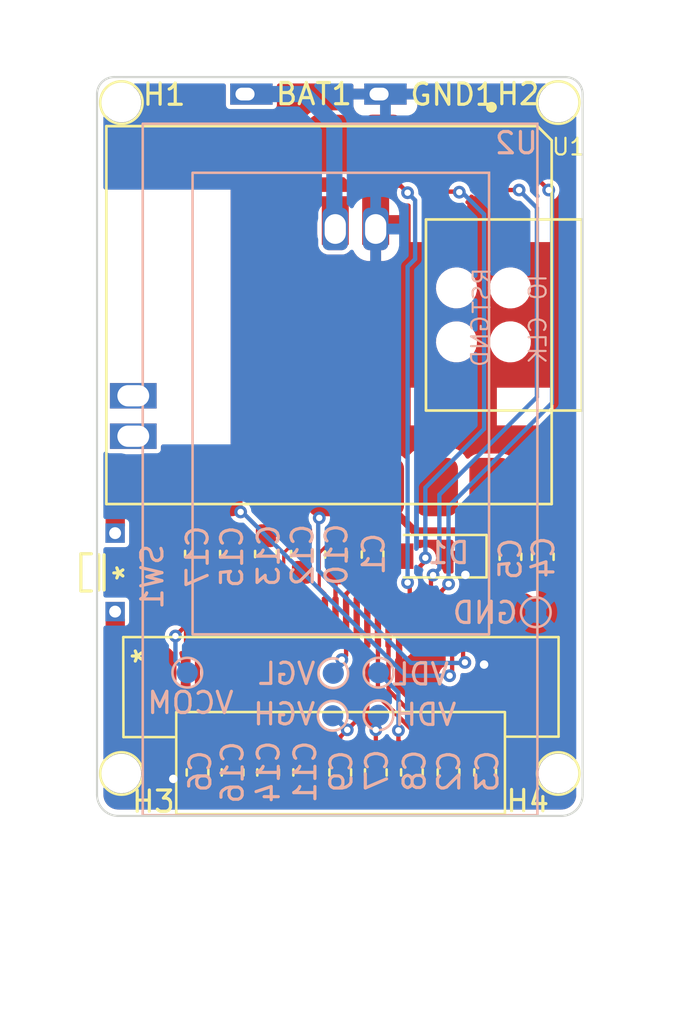
<source format=kicad_pcb>
(kicad_pcb (version 20211014) (generator pcbnew)
  (layers (0 "F.Cu" signal) (31 "B.Cu" signal) (34 "B.Paste" user) (35 "F.Paste" user) (36 "B.SilkS" user "B.Silkscreen") (37 "F.SilkS" user "F.Silkscreen") (38 "B.Mask" user) (39 "F.Mask" user) (44 "Edge.Cuts" user))
  (net 0 "")
  (net 3 "Net-(U1-PadNFC1)")
  (net 4 "Net-(U1-PadNFC2)")
  (net 5 "/3V3")
  (net 6 "GND")
  (net 7 "Net-(C13-Pad2)")
  (net 8 "Net-(C14-Pad2)")
  (net 9 "/SDI")
  (net 10 "/SCLK")
  (net 11 "/CS")
  (net 12 "/D{slash}C")
  (net 13 "/RES")
  (net 14 "/BUSY")
  (net 15 "/VGL")
  (net 16 "Net-(C2-Pad2)")
  (net 17 "Net-(C6-Pad2)")
  (net 18 "/VDH")
  (net 19 "/VDL")
  (net 20 "/VGH")
  (net 21 "Net-(C10-Pad1)")
  (net 22 "Net-(C10-Pad2)")
  (net 23 "Net-(C11-Pad1)")
  (net 24 "Net-(C11-Pad2)")
  (net 25 "Net-(C12-Pad1)")
  (net 26 "Net-(C12-Pad2)")
  (net 27 "Net-(C13-Pad1)")
  (net 28 "Net-(C14-Pad1)")
  (net 29 "Net-(C15-Pad1)")
  (net 30 "Net-(C15-Pad2)")
  (net 31 "Net-(C16-Pad2)")
  (net 32 "/VCOM")
  (net 34 "/BAT")
  (net 35 "Net-(U1-Pad8)")
  (footprint "Capacitor_SMD:C_0603_1608Metric_Pad1.08x0.95mm_HandSolder" (layer "F.Cu") (at 174.5488 106.4514 90)
    (fp_text reference "C8" (at 0.0762 0.127 90) (layer "B.SilkS") (effects (justify mirror)))
    (fp_text value "1uF/50V")
    (fp_line (start -0.146267 0.51) (end 0.146267 0.51) (layer "F.SilkS") (width 0.12))
    (fp_line (start -0.146267 -0.51) (end 0.146267 -0.51) (layer "F.SilkS") (width 0.12))
    (pad "1" smd roundrect locked (at -0.8625 0 90) (size 1.075 0.95) (layers "F.Cu" "F.Paste" "F.Mask") (net 6 "GND"))
    (pad "2" smd roundrect locked (at 0.8625 0 90) (size 1.075 0.95) (layers "F.Cu" "F.Paste" "F.Mask") (net 19 "/VDL"))
  )
  (footprint "Capacitor_SMD:C_0603_1608Metric_Pad1.08x0.95mm_HandSolder" (layer "F.Cu") (at 164.3634 96.1644 -90)
    (fp_text reference "C17" (at 0.127 -0.0762 -270) (layer "B.SilkS") (effects (justify mirror)))
    (fp_text value "1uF/50V")
    (fp_line (start -0.146267 -0.51) (end 0.146267 -0.51) (layer "F.SilkS") (width 0.12))
    (fp_line (start -0.146267 0.51) (end 0.146267 0.51) (layer "F.SilkS") (width 0.12))
    (pad "1" smd roundrect locked (at -0.8625 0 270) (size 1.075 0.95) (layers "F.Cu" "F.Paste" "F.Mask") (net 6 "GND"))
    (pad "2" smd roundrect locked (at 0.8625 0 270) (size 1.075 0.95) (layers "F.Cu" "F.Paste" "F.Mask") (net 32 "/VCOM"))
  )
  (footprint "Capacitor_SMD:C_0603_1608Metric_Pad1.08x0.95mm_HandSolder" (layer "F.Cu") (at 179.197 96.2914 90)
    (fp_text reference "C5" (at -0.1016 0 90) (layer "B.SilkS") (effects (justify mirror)))
    (fp_text value "0.1uF/25V")
    (fp_line (start -0.146267 -0.51) (end 0.146267 -0.51) (layer "F.SilkS") (width 0.12))
    (fp_line (start -0.146267 0.51) (end 0.146267 0.51) (layer "F.SilkS") (width 0.12))
    (pad "1" smd roundrect locked (at -0.8625 0 90) (size 1.075 0.95) (layers "F.Cu" "F.Paste" "F.Mask") (net 6 "GND"))
    (pad "2" smd roundrect locked (at 0.8625 0 90) (size 1.075 0.95) (layers "F.Cu" "F.Paste" "F.Mask") (net 5 "/3V3"))
  )
  (footprint "xobdox:XIAO-BLE-SWD-HOLE" (layer "F.Cu") (at 170.3 84.9 -90)
    (fp_text reference "U1" (at -7.4554 -10.7846) (layer "F.SilkS") (effects (font (size 0.78232 0.78232) (thickness 0.10668)) (justify left bottom)))
    (fp_text value "XIAO-BLE")
    (fp_text user "IO" (at -0.6228 -10.6576 90) (layer "B.SilkS") (effects (font (size 0.8 0.8) (thickness 0.1)) (justify right bottom mirror)))
    (fp_text user "RST" (at 0.0122 -8.016 90) (layer "B.SilkS") (effects (font (size 0.8 0.8) (thickness 0.1)) (justify right bottom mirror)))
    (fp_text user "GND" (at 2.5268 -7.9398 90) (layer "B.SilkS") (effects (font (size 0.8 0.8) (thickness 0.1)) (justify right bottom mirror)))
    (fp_text user "CLK" (at 2.3744 -10.6576 90) (layer "B.SilkS") (effects (font (size 0.8 0.8) (thickness 0.1)) (justify right bottom mirror)))
    (fp_line (start 4.505 -4.912) (end -4.494 -4.912) (layer "F.SilkS") (width 0.127))
    (fp_line (start -4.494 -4.912) (end -4.494 -12.265) (layer "F.SilkS") (width 0.127))
    (fp_line (start -8.89 10.16) (end 8.91 10.16) (layer "F.SilkS") (width 0.127))
    (fp_line (start -8.218459 -10.84) (end -8.89 -10.168459) (layer "F.SilkS") (width 0.127))
    (fp_line (start 8.91 -10.84) (end -8.218459 -10.84) (layer "F.SilkS") (width 0.127))
    (fp_line (start 8.91 10.16) (end 8.91 -10.84) (layer "F.SilkS") (width 0.127))
    (fp_line (start -4.49 -12.264) (end 4.505 -12.264) (layer "F.SilkS") (width 0.127))
    (fp_line (start 4.505 -12.264) (end 4.505 -4.912) (layer "F.SilkS") (width 0.127))
    (fp_line (start -8.89 -10.168459) (end -8.89 10.16) (layer "F.SilkS") (width 0.127))
    (fp_circle (center -9.779 -8.001) (end -9.652 -8.001) (layer "F.SilkS") (width 0.254) (fill solid))
    (pad "" np_thru_hole circle (at -1.27 -8.89 270) (size 1.27 1.27) (drill 1.27) (layers *.Cu *.Mask))
    (pad "" np_thru_hole circle (at 1.27 -6.35 270) (size 1.27 1.27) (drill 1.27) (layers *.Cu *.Mask))
    (pad "" np_thru_hole circle (at 1.27 -8.89 270) (size 1.27 1.27) (drill 1.27) (layers *.Cu *.Mask))
    (pad "" np_thru_hole circle (at -1.27 -6.35 270) (size 1.27 1.27) (drill 1.27) (layers *.Cu *.Mask))
    (pad "1" smd roundrect (at -8.055 -7.96 270) (size 2.75 2) (layers "F.Cu" "F.Paste" "F.Mask") (net 11 "/CS"))
    (pad "2" smd roundrect (at -8.055 -5.42 270) (size 2.75 2) (layers "F.Cu" "F.Paste" "F.Mask") (net 12 "/D{slash}C"))
    (pad "3" smd roundrect (at -8.055 -2.88 270) (size 2.75 2) (layers "F.Cu" "F.Paste" "F.Mask") (net 13 "/RES"))
    (pad "4" smd roundrect (at -8.055 -0.34 270) (size 2.75 2) (layers "F.Cu" "F.Paste" "F.Mask") (net 14 "/BUSY"))
    (pad "5" smd roundrect (at -8.055 2.2 270) (size 2.75 2) (layers "F.Cu" "F.Paste" "F.Mask"))
    (pad "6" smd roundrect (at -8.055 4.74 270) (size 2.75 2) (layers "F.Cu" "F.Paste" "F.Mask"))
    (pad "7" smd roundrect (at -8.055 7.28 270) (size 2.75 2) (layers "F.Cu" "F.Paste" "F.Mask"))
    (pad "8" smd roundrect (at 8.11 7.28 270) (size 2.75 2) (layers "F.Cu" "F.Paste" "F.Mask") (net 35 "Net-(U1-Pad8)"))
    (pad "9" smd roundrect (at 8.11 4.74 270) (size 2.75 2) (layers "F.Cu" "F.Paste" "F.Mask") (net 10 "/SCLK"))
    (pad "10" smd roundrect (at 8.11 2.2 270) (size 2.75 2) (layers "F.Cu" "F.Paste" "F.Mask"))
    (pad "11" smd roundrect (at 8.11 -0.34 270) (size 2.75 2) (layers "F.Cu" "F.Paste" "F.Mask") (net 9 "/SDI"))
    (pad "12" smd roundrect (at 8.11 -2.88 270) (size 2.75 2) (layers "F.Cu" "F.Paste" "F.Mask") (net 5 "/3V3"))
    (pad "13" smd roundrect (at 8.11 -5.42 270) (size 2.75 2) (layers "F.Cu" "F.Paste" "F.Mask") (net 6 "GND"))
    (pad "14" smd roundrect (at 8.11 -7.96 270) (size 2.75 2) (layers "F.Cu" "F.Paste" "F.Mask"))
    (pad "BAT" smd rect (at -4.445 -0.635 270) (size 2.286 1.27) (layers "F.Cu" "F.Paste" "F.Mask") (net 34 "/BAT"))
    (pad "BAT_H" thru_hole roundrect (at -4.045 -0.635 270) (size 2 1.2) (drill oval 1.4 1) (layers *.Cu *.Mask) (net 34 "/BAT"))
    (pad "GND" smd rect (at -4.445 -2.54 270) (size 2.286 1.27) (layers "F.Cu" "F.Paste" "F.Mask") (net 6 "GND"))
    (pad "GND_H" thru_hole roundrect (at -4.045 -2.54 270) (size 2 1.2) (drill oval 1.4 1) (layers *.Cu *.Mask) (net 6 "GND"))
    (pad "NFC1_H" thru_hole rect (at 3.81 8.89 270) (size 1.2 2.2) (drill oval 1 1.5) (layers *.Cu *.Mask) (net 3 "Net-(U1-PadNFC1)"))
    (pad "NFC2_H" thru_hole rect (at 5.715 8.89 270) (size 1.2 2.2) (drill oval 1 1.5) (layers *.Cu *.Mask) (net 4 "Net-(U1-PadNFC2)"))
    (zone (net 0) (net_name "") (layer "F.Cu") (connect_pads (clearance 0)) (min_thickness 0.254)
      (keepout (tracks not_allowed) (vias not_allowed) (pads not_allowed) (copperpour not_allowed) (footprints allowed))
      (fill (thermal_gap 0.508) (thermal_bridge_width 0.508))
      (polygon (pts (xy 160.775 82.36) (xy 160.775 87.41) (xy 163.315 87.41) (xy 163.315 82.36)))
    )
    (zone (net 0) (net_name "") (layer "F.Cu") (connect_pads (clearance 0)) (min_thickness 0.254)
      (keepout (tracks not_allowed) (vias not_allowed) (pads not_allowed) (copperpour not_allowed) (footprints allowed))
      (fill (thermal_gap 0.508) (thermal_bridge_width 0.508))
      (polygon (pts (xy 178.555 88.329) (xy 178.555 90.107) (xy 181.222 90.107) (xy 181.222 88.329)))
    )
    (zone (net 0) (net_name "") (layer "F.Cu") (connect_pads (clearance 0)) (min_thickness 0.254)
      (keepout (tracks not_allowed) (vias not_allowed) (pads not_allowed) (copperpour not_allowed) (footprints allowed))
      (fill (thermal_gap 0.508) (thermal_bridge_width 0.508))
      (polygon (pts (xy 174.491 88.329) (xy 174.491 90.107) (xy 177.158 90.107) (xy 177.158 88.329)))
    )
    (zone (net 0) (net_name "") (layer "F.Cu") (connect_pads (clearance 0)) (min_thickness 0.254)
      (keepout (tracks not_allowed) (vias not_allowed) (pads not_allowed) (copperpour not_allowed) (footprints allowed))
      (fill (thermal_gap 0.508) (thermal_bridge_width 0.508))
      (polygon (pts (xy 174.491 79.693) (xy 174.491 81.471) (xy 177.158 81.471) (xy 177.158 79.693)))
    )
    (zone (net 0) (net_name "") (layer "F.Cu") (connect_pads (clearance 0)) (min_thickness 0.254)
      (keepout (tracks not_allowed) (vias not_allowed) (pads not_allowed) (copperpour not_allowed) (footprints allowed))
      (fill (thermal_gap 0.508) (thermal_bridge_width 0.508))
      (polygon (pts (xy 178.555 79.693) (xy 178.555 81.471) (xy 181.222 81.471) (xy 181.222 79.693)))
    )
  )
  (footprint "Capacitor_SMD:C_0603_1608Metric_Pad1.08x0.95mm_HandSolder" (layer "F.Cu") (at 169.4688 106.4514 -90)
    (fp_text reference "C11" (at -0.0254 -0.0508 -270) (layer "B.SilkS") (effects (justify mirror)))
    (fp_text value "1uF/50V")
    (fp_line (start -0.146267 -0.51) (end 0.146267 -0.51) (layer "F.SilkS") (width 0.12))
    (fp_line (start -0.146267 0.51) (end 0.146267 0.51) (layer "F.SilkS") (width 0.12))
    (pad "1" smd roundrect locked (at -0.8625 0 270) (size 1.075 0.95) (layers "F.Cu" "F.Paste" "F.Mask") (net 23 "Net-(C11-Pad1)"))
    (pad "2" smd roundrect locked (at 0.8625 0 270) (size 1.075 0.95) (layers "F.Cu" "F.Paste" "F.Mask") (net 24 "Net-(C11-Pad2)"))
  )
  (footprint "Capacitor_SMD:C_0603_1608Metric_Pad1.08x0.95mm_HandSolder" (layer "F.Cu") (at 172.6946 96.1898 90)
    (fp_text reference "C1" (at 0.0254 0.0508 90) (layer "B.SilkS") (effects (justify mirror)))
    (fp_text value "1uF/50V")
    (fp_line (start -0.146267 0.51) (end 0.146267 0.51) (layer "F.SilkS") (width 0.12))
    (fp_line (start -0.146267 -0.51) (end 0.146267 -0.51) (layer "F.SilkS") (width 0.12))
    (pad "1" smd roundrect locked (at -0.8625 0 90) (size 1.075 0.95) (layers "F.Cu" "F.Paste" "F.Mask") (net 6 "GND"))
    (pad "2" smd roundrect locked (at 0.8625 0 90) (size 1.075 0.95) (layers "F.Cu" "F.Paste" "F.Mask") (net 15 "/VGL"))
  )
  (footprint "xobdox:HOLE_M1" (layer "F.Cu") (at 181.45 106.5)
    (fp_text reference "H4" (at -1.4402 1.2976 unlocked) (layer "F.SilkS"))
    (fp_text value "MountingHole")
    (fp_circle (center 0 0) (end 1 0) (layer "F.SilkS") (width 0.12) (fill none))
    (pad "" np_thru_hole circle (at 0 0) (size 1.2 1.2) (drill 1.2) (layers F&B.Cu *.Mask))
  )
  (footprint "Capacitor_SMD:C_0603_1608Metric_Pad1.08x0.95mm_HandSolder" (layer "F.Cu") (at 178.0032 106.4514 90)
    (fp_text reference "C3" (at 0.0508 0.1016 90) (layer "B.SilkS") (effects (justify mirror)))
    (fp_text value "1uF/50V")
    (fp_line (start -0.146267 0.51) (end 0.146267 0.51) (layer "F.SilkS") (width 0.12))
    (fp_line (start -0.146267 -0.51) (end 0.146267 -0.51) (layer "F.SilkS") (width 0.12))
    (pad "1" smd roundrect locked (at -0.8625 0 90) (size 1.075 0.95) (layers "F.Cu" "F.Paste" "F.Mask") (net 6 "GND"))
    (pad "2" smd roundrect locked (at 0.8625 0 90) (size 1.075 0.95) (layers "F.Cu" "F.Paste" "F.Mask") (net 16 "Net-(C2-Pad2)"))
  )
  (footprint "xobdox:lipo_401525" (layer "F.Cu") (at 159.8422 78.105)
    (fp_text reference "LIPO1")
    (fp_text value "BAT_LIPO")
  )
  (footprint "Capacitor_SMD:C_0603_1608Metric_Pad1.08x0.95mm_HandSolder" (layer "F.Cu") (at 166.0906 106.4514 90)
    (fp_text reference "C16" (at 0 0 90) (layer "B.SilkS") (effects (justify mirror)))
    (fp_text value "1uF/50V")
    (fp_line (start -0.146267 0.51) (end 0.146267 0.51) (layer "F.SilkS") (width 0.12))
    (fp_line (start -0.146267 -0.51) (end 0.146267 -0.51) (layer "F.SilkS") (width 0.12))
    (pad "1" smd roundrect locked (at -0.8625 0 90) (size 1.075 0.95) (layers "F.Cu" "F.Paste" "F.Mask") (net 6 "GND"))
    (pad "2" smd roundrect locked (at 0.8625 0 90) (size 1.075 0.95) (layers "F.Cu" "F.Paste" "F.Mask") (net 31 "Net-(C16-Pad2)"))
  )
  (footprint "xobdox:HOLE_M1" (layer "F.Cu") (at 160.85 74.9)
    (fp_text reference "H1" (at 2.0148 -0.3764 unlocked) (layer "F.SilkS"))
    (fp_text value "MountingHole")
    (fp_circle (center 0 0) (end 1 0) (layer "F.SilkS") (width 0.12) (fill none))
    (pad "" np_thru_hole circle (at 0 0) (size 1.2 1.2) (drill 1.2) (layers F&B.Cu *.Mask))
  )
  (footprint "xobdox:PAD_AWG26" (layer "F.Cu") (at 166.6796 74.5)
    (fp_text reference "BAT1" (at 3.2464 -0.0018 unlocked) (layer "F.SilkS"))
    (fp_text value "Conn_01x01")
    (pad "1" thru_hole rect (at 0 0 90) (size 1 2) (drill oval 0.6 0.9 (offset 0 0.3)) (layers *.Cu *.Mask) (net 34 "/BAT"))
  )
  (footprint "Capacitor_SMD:C_0603_1608Metric_Pad1.08x0.95mm_HandSolder" (layer "F.Cu") (at 172.847 106.4514 90)
    (fp_text reference "C7" (at 0.1016 0.0508 90) (layer "B.SilkS") (effects (justify mirror)))
    (fp_text value "1uF/50V")
    (fp_line (start -0.146267 -0.51) (end 0.146267 -0.51) (layer "F.SilkS") (width 0.12))
    (fp_line (start -0.146267 0.51) (end 0.146267 0.51) (layer "F.SilkS") (width 0.12))
    (pad "1" smd roundrect locked (at -0.8625 0 90) (size 1.075 0.95) (layers "F.Cu" "F.Paste" "F.Mask") (net 6 "GND"))
    (pad "2" smd roundrect locked (at 0.8625 0 90) (size 1.075 0.95) (layers "F.Cu" "F.Paste" "F.Mask") (net 18 "/VDH"))
  )
  (footprint "Capacitor_SMD:C_0603_1608Metric_Pad1.08x0.95mm_HandSolder" (layer "F.Cu") (at 166.0144 96.1644 -90)
    (fp_text reference "C15" (at 0.127 -0.0508 -270) (layer "B.SilkS") (effects (justify mirror)))
    (fp_text value "2.2uF/25V")
    (fp_line (start -0.146267 0.51) (end 0.146267 0.51) (layer "F.SilkS") (width 0.12))
    (fp_line (start -0.146267 -0.51) (end 0.146267 -0.51) (layer "F.SilkS") (width 0.12))
    (pad "1" smd roundrect locked (at -0.8625 0 270) (size 1.075 0.95) (layers "F.Cu" "F.Paste" "F.Mask") (net 29 "Net-(C15-Pad1)"))
    (pad "2" smd roundrect locked (at 0.8625 0 270) (size 1.075 0.95) (layers "F.Cu" "F.Paste" "F.Mask") (net 30 "Net-(C15-Pad2)"))
  )
  (footprint "Capacitor_SMD:C_0603_1608Metric_Pad1.08x0.95mm_HandSolder" (layer "F.Cu") (at 167.767 106.4514 90)
    (fp_text reference "C14" (at 0.0254 0.0254 90) (layer "B.SilkS") (effects (justify mirror)))
    (fp_text value "1uF/50V")
    (fp_line (start -0.146267 0.51) (end 0.146267 0.51) (layer "F.SilkS") (width 0.12))
    (fp_line (start -0.146267 -0.51) (end 0.146267 -0.51) (layer "F.SilkS") (width 0.12))
    (pad "1" smd roundrect locked (at -0.8625 0 90) (size 1.075 0.95) (layers "F.Cu" "F.Paste" "F.Mask") (net 28 "Net-(C14-Pad1)"))
    (pad "2" smd roundrect locked (at 0.8625 0 90) (size 1.075 0.95) (layers "F.Cu" "F.Paste" "F.Mask") (net 8 "Net-(C14-Pad2)"))
  )
  (footprint "xobdox:HOLE_M1" (layer "F.Cu") (at 181.45 74.9)
    (fp_text reference "H2" (at -1.8974 -0.4018 unlocked) (layer "F.SilkS"))
    (fp_text value "MountingHole")
    (fp_circle (center 0 0) (end 1 0) (layer "F.SilkS") (width 0.12) (fill none))
    (pad "" np_thru_hole circle (at 0 0) (size 1.2 1.2) (drill 1.2) (layers F&B.Cu *.Mask))
  )
  (footprint "Capacitor_SMD:C_0603_1608Metric_Pad1.08x0.95mm_HandSolder" (layer "F.Cu") (at 169.3672 96.1644 -90)
    (fp_text reference "C12" (at 0.0508 -0.0254 -270) (layer "B.SilkS") (effects (justify mirror)))
    (fp_text value "1uF/50V")
    (fp_line (start -0.146267 -0.51) (end 0.146267 -0.51) (layer "F.SilkS") (width 0.12))
    (fp_line (start -0.146267 0.51) (end 0.146267 0.51) (layer "F.SilkS") (width 0.12))
    (pad "1" smd roundrect locked (at -0.8625 0 270) (size 1.075 0.95) (layers "F.Cu" "F.Paste" "F.Mask") (net 25 "Net-(C12-Pad1)"))
    (pad "2" smd roundrect locked (at 0.8625 0 270) (size 1.075 0.95) (layers "F.Cu" "F.Paste" "F.Mask") (net 26 "Net-(C12-Pad2)"))
  )
  (footprint "Capacitor_SMD:C_0603_1608Metric_Pad1.08x0.95mm_HandSolder" (layer "F.Cu") (at 180.721 96.2914 90)
    (fp_text reference "C4" (at -0.0254 0.0254 90) (layer "B.SilkS") (effects (justify mirror)))
    (fp_text value "4.7uF/25V")
    (fp_line (start -0.146267 0.51) (end 0.146267 0.51) (layer "F.SilkS") (width 0.12))
    (fp_line (start -0.146267 -0.51) (end 0.146267 -0.51) (layer "F.SilkS") (width 0.12))
    (pad "1" smd roundrect locked (at -0.8625 0 90) (size 1.075 0.95) (layers "F.Cu" "F.Paste" "F.Mask") (net 6 "GND"))
    (pad "2" smd roundrect locked (at 0.8625 0 90) (size 1.075 0.95) (layers "F.Cu" "F.Paste" "F.Mask") (net 5 "/3V3"))
  )
  (footprint "Capacitor_SMD:C_0603_1608Metric_Pad1.08x0.95mm_HandSolder" (layer "F.Cu") (at 167.6654 96.1644 -90)
    (fp_text reference "C13" (at 0.0762 -0.127 -270) (layer "B.SilkS") (effects (justify mirror)))
    (fp_text value "1uF/50V")
    (fp_line (start -0.146267 -0.51) (end 0.146267 -0.51) (layer "F.SilkS") (width 0.12))
    (fp_line (start -0.146267 0.51) (end 0.146267 0.51) (layer "F.SilkS") (width 0.12))
    (pad "1" smd roundrect locked (at -0.8625 0 270) (size 1.075 0.95) (layers "F.Cu" "F.Paste" "F.Mask") (net 27 "Net-(C13-Pad1)"))
    (pad "2" smd roundrect locked (at 0.8625 0 270) (size 1.075 0.95) (layers "F.Cu" "F.Paste" "F.Mask") (net 7 "Net-(C13-Pad2)"))
  )
  (footprint "Diode_SMD:D_SOD-123" (layer "F.Cu") (at 175.8188 96.266 180)
    (fp_text reference "D1" (at -0.4572 0.1524) (layer "B.SilkS") (effects (justify mirror)))
    (fp_text value "MBR0530")
    (fp_line (start -2.25 1) (end 1.65 1) (layer "F.SilkS") (width 0.12))
    (fp_line (start -2.25 -1) (end 1.65 -1) (layer "F.SilkS") (width 0.12))
    (fp_line (start -2.25 -1) (end -2.25 1) (layer "F.SilkS") (width 0.12))
    (pad "1" smd rect locked (at -1.65 0 180) (size 0.9 1.2) (layers "F.Cu" "F.Paste" "F.Mask") (net 6 "GND"))
    (pad "2" smd rect locked (at 1.65 0 180) (size 0.9 1.2) (layers "F.Cu" "F.Paste" "F.Mask") (net 15 "/VGL"))
  )
  (footprint "Capacitor_SMD:C_0603_1608Metric_Pad1.08x0.95mm_HandSolder" (layer "F.Cu") (at 176.276 106.4514 90)
    (fp_text reference "C2" (at 0.0508 0.0254 90) (layer "B.SilkS") (effects (justify mirror)))
    (fp_text value "0.1uF/25V")
    (fp_line (start -0.146267 0.51) (end 0.146267 0.51) (layer "F.SilkS") (width 0.12))
    (fp_line (start -0.146267 -0.51) (end 0.146267 -0.51) (layer "F.SilkS") (width 0.12))
    (pad "1" smd roundrect locked (at -0.8625 0 90) (size 1.075 0.95) (layers "F.Cu" "F.Paste" "F.Mask") (net 6 "GND"))
    (pad "2" smd roundrect locked (at 0.8625 0 90) (size 1.075 0.95) (layers "F.Cu" "F.Paste" "F.Mask") (net 16 "Net-(C2-Pad2)"))
  )
  (footprint "Capacitor_SMD:C_0603_1608Metric_Pad1.08x0.95mm_HandSolder" (layer "F.Cu") (at 164.4396 106.4514 90)
    (fp_text reference "C6" (at 0.0508 0.127 90) (layer "B.SilkS") (effects (justify mirror)))
    (fp_text value "2.2uF/25V")
    (fp_line (start -0.146267 0.51) (end 0.146267 0.51) (layer "F.SilkS") (width 0.12))
    (fp_line (start -0.146267 -0.51) (end 0.146267 -0.51) (layer "F.SilkS") (width 0.12))
    (pad "1" smd roundrect locked (at -0.8625 0 90) (size 1.075 0.95) (layers "F.Cu" "F.Paste" "F.Mask") (net 6 "GND"))
    (pad "2" smd roundrect locked (at 0.8625 0 90) (size 1.075 0.95) (layers "F.Cu" "F.Paste" "F.Mask") (net 17 "Net-(C6-Pad2)"))
  )
  (footprint "Capacitor_SMD:C_0603_1608Metric_Pad1.08x0.95mm_HandSolder" (layer "F.Cu") (at 170.9674 96.1898 -90)
    (fp_text reference "C10" (at 0 -0.0254 -270) (layer "B.SilkS") (effects (justify mirror)))
    (fp_text value "1uF/50V")
    (fp_line (start -0.146267 0.51) (end 0.146267 0.51) (layer "F.SilkS") (width 0.12))
    (fp_line (start -0.146267 -0.51) (end 0.146267 -0.51) (layer "F.SilkS") (width 0.12))
    (pad "1" smd roundrect locked (at -0.8625 0 270) (size 1.075 0.95) (layers "F.Cu" "F.Paste" "F.Mask") (net 21 "Net-(C10-Pad1)"))
    (pad "2" smd roundrect locked (at 0.8625 0 270) (size 1.075 0.95) (layers "F.Cu" "F.Paste" "F.Mask") (net 22 "Net-(C10-Pad2)"))
  )
  (footprint "Capacitor_SMD:C_0603_1608Metric_Pad1.08x0.95mm_HandSolder" (layer "F.Cu") (at 171.1706 106.4514 90)
    (fp_text reference "C9" (at 0.0508 0.0508 90) (layer "B.SilkS") (effects (justify mirror)))
    (fp_text value "1uF/50V")
    (fp_line (start -0.146267 -0.51) (end 0.146267 -0.51) (layer "F.SilkS") (width 0.12))
    (fp_line (start -0.146267 0.51) (end 0.146267 0.51) (layer "F.SilkS") (width 0.12))
    (pad "1" smd roundrect locked (at -0.8625 0 90) (size 1.075 0.95) (layers "F.Cu" "F.Paste" "F.Mask") (net 6 "GND"))
    (pad "2" smd roundrect locked (at 0.8625 0 90) (size 1.075 0.95) (layers "F.Cu" "F.Paste" "F.Mask") (net 20 "/VGH"))
  )
  (footprint "xobdox:HOLE_M1" (layer "F.Cu") (at 160.85 106.5)
    (fp_text reference "H3" (at 1.5068 1.323 unlocked) (layer "F.SilkS"))
    (fp_text value "MountingHole")
    (fp_circle (center 0 0) (end 1 0) (layer "F.SilkS") (width 0.12) (fill none))
    (pad "" np_thru_hole circle (at 0 0) (size 1.2 1.2) (drill 1.2) (layers F&B.Cu *.Mask))
  )
  (footprint "xobdox:SW_EVP-AKE31A_PAN" (layer "F.Cu") (at 160.9344 97.028 90)
    (fp_text reference "SW1" (at -0.2032 1.3716 90 unlocked) (layer "B.SilkS") (effects (justify mirror)))
    (fp_text value "SW_Push")
    (fp_text user "*" (at -3.940175 0.97155 90 unlocked) (layer "F.SilkS"))
    (fp_text user "*" (at -0.0254 0.1016 90) (layer "F.SilkS"))
    (fp_poly (pts (xy -2.19 -0.8304) (xy -2.763 -0.8304) (xy -2.763 0.08) (xy -2.19 0.08)) (layer "F.Cu") (width 0) (fill solid))
    (fp_poly (pts (xy 2.74 -0.8304) (xy 2.167 -0.8304) (xy 2.167 0.08) (xy 2.74 0.08)) (layer "F.Cu") (width 0) (fill solid))
    (fp_line (start 0.8763 -1.503978) (end 0.8763 -1.9939) (layer "F.SilkS") (width 0.1524))
    (fp_line (start 0.8763 -1.9939) (end -0.8763 -1.9939) (layer "F.SilkS") (width 0.1524))
    (fp_line (start -0.82931 -0.9017) (end 0.82931 -0.9017) (layer "F.SilkS") (width 0.1524))
    (fp_line (start 0.82931 -1.1557) (end -0.82931 -1.1557) (layer "F.SilkS") (width 0.1524))
    (fp_line (start -0.8763 -1.9939) (end -0.8763 -1.503978) (layer "F.SilkS") (width 0.1524))
    (pad "1" smd rect (at -1.400175 0.97155 90) (size 0.7112 1.0922) (layers "F.Cu" "F.Paste" "F.Mask") (net 6 "GND"))
    (pad "2" smd rect (at 1.400175 0.97155 90) (size 0.7112 1.0922) (layers "F.Cu" "F.Paste" "F.Mask") (net 35 "Net-(U1-Pad8)"))
    (pad "3" thru_hole rect (at -1.84785 -0.381 90) (size 0.9144 0.9144) (drill 0.5588) (layers *.Cu *.Mask))
    (pad "4" thru_hole rect (at 1.84785 -0.381 90) (size 0.9144 0.9144) (drill 0.5588) (layers *.Cu *.Mask))
    (pad "5" smd rect (at 0 1.12395 90) (size 1.397 1.0922) (layers "F.Cu" "F.Paste" "F.Mask"))
  )
  (footprint "xobdox:PAD_AWG26" (layer "F.Cu") (at 173 74.5)
    (fp_text reference "GND1" (at 3.4792 0.0236 unlocked) (layer "F.SilkS"))
    (fp_text value "Conn_01x01")
    (pad "1" thru_hole rect (at 0 0 90) (size 1 2) (drill oval 0.6 0.9 (offset 0 0.3)) (layers *.Cu *.Mask) (net 6 "GND"))
  )
  (footprint "TestPoint:TestPoint_Pad_D1.0mm" (layer "B.Cu") (at 172.974 103.759 180)
    (fp_text reference "VDH" (at -2.2098 0.0254) (layer "B.SilkS") (effects (justify mirror)))
    (fp_text value "TestPoint")
    (fp_circle (center 0 0) (end 0 -0.7) (layer "B.SilkS") (width 0.12) (fill none))
    (pad "1" smd circle locked (at 0 0 180) (size 1 1) (layers "B.Cu" "B.Mask") (net 18 "/VDH"))
  )
  (footprint "TestPoint:TestPoint_Pad_D1.0mm" (layer "B.Cu") (at 170.815 103.7844 180)
    (fp_text reference "VGH" (at 2.286 0.0762) (layer "B.SilkS") (effects (justify mirror)))
    (fp_text value "TestPoint")
    (fp_circle (center 0 0) (end 0 -0.7) (layer "B.SilkS") (width 0.12) (fill none))
    (pad "1" smd circle locked (at 0 0 180) (size 1 1) (layers "B.Cu" "B.Mask") (net 20 "/VGH"))
  )
  (footprint "xobdox:EPD_1.02_Outline" (layer "B.Cu") (at 171.196 92.1766 180)
    (fp_text reference "U2" (at -8.2804 15.367 unlocked) (layer "B.SilkS") (effects (justify mirror)))
    (fp_text value "EPD30")
    (fp_rect (start -6.99 13.97) (end 6.99 -7.77) (layer "B.SilkS") (width 0.12) (fill none))
    (fp_rect (start -9.27 16.28) (end 9.34 -16.29) (layer "B.SilkS") (width 0.12) (fill none))
    (fp_line (start 10.26 -7.9) (end 10.25 -12.61) (layer "F.SilkS") (width 0.12))
    (fp_line (start -7.81 -12.59) (end -10.27 -12.59) (layer "F.SilkS") (width 0.12))
    (fp_line (start -10.27 -12.59) (end -10.27 -7.9) (layer "F.SilkS") (width 0.12))
    (fp_line (start -10.27 -7.9) (end 10.26 -7.9) (layer "F.SilkS") (width 0.12))
    (fp_line (start 10.25 -12.61) (end 7.85 -12.61) (layer "F.SilkS") (width 0.12))
    (fp_rect (start -7.74 -16.24) (end 7.76 -11.43) (layer "F.SilkS") (width 0.12) (fill none))
    (pad "1" smd roundrect (at -7.25 -7.2 180) (size 0.3 2.4) (layers "F.Cu" "F.Paste" "F.Mask"))
    (pad "2" smd roundrect (at -6.75 -7.2 180) (size 0.3 2.4) (layers "F.Cu" "F.Paste" "F.Mask") (net 6 "GND"))
    (pad "3" smd roundrect (at -6.25 -7.2 180) (size 0.3 2.4) (layers "F.Cu" "F.Paste" "F.Mask") (net 5 "/3V3"))
    (pad "4" smd roundrect (at -5.75 -7.2 180) (size 0.3 2.4) (layers "F.Cu" "F.Paste" "F.Mask") (net 9 "/SDI"))
    (pad "5" smd roundrect (at -5.25 -7.2 180) (size 0.3 2.4) (layers "F.Cu" "F.Paste" "F.Mask") (net 10 "/SCLK"))
    (pad "6" smd roundrect (at -4.75 -7.2 180) (size 0.3 2.4) (layers "F.Cu" "F.Paste" "F.Mask") (net 11 "/CS"))
    (pad "7" smd roundrect (at -4.25 -7.2 180) (size 0.3 2.4) (layers "F.Cu" "F.Paste" "F.Mask") (net 12 "/D{slash}C"))
    (pad "8" smd roundrect (at -3.75 -7.2 180) (size 0.3 2.4) (layers "F.Cu" "F.Paste" "F.Mask") (net 13 "/RES"))
    (pad "9" smd roundrect (at -3.25 -7.2 180) (size 0.3 2.4) (layers "F.Cu" "F.Paste" "F.Mask") (net 14 "/BUSY"))
    (pad "10" smd roundrect (at -2.75 -7.2 180) (size 0.3 2.4) (layers "F.Cu" "F.Paste" "F.Mask") (net 6 "GND"))
    (pad "11" smd roundrect (at -2.25 -7.2 180) (size 0.3 2.4) (layers "F.Cu" "F.Paste" "F.Mask") (net 16 "Net-(C2-Pad2)"))
    (pad "12" smd roundrect (at -1.75 -7.2 180) (size 0.3 2.4) (layers "F.Cu" "F.Paste" "F.Mask") (net 19 "/VDL"))
    (pad "13" smd roundrect (at -1.25 -7.2 180) (size 0.3 2.4) (layers "F.Cu" "F.Paste" "F.Mask") (net 18 "/VDH"))
    (pad "14" smd roundrect (at -0.75 -7.2 180) (size 0.3 2.4) (layers "F.Cu" "F.Paste" "F.Mask") (net 20 "/VGH"))
    (pad "15" smd roundrect (at -0.25 -7.2 180) (size 0.3 2.4) (layers "F.Cu" "F.Paste" "F.Mask") (net 15 "/VGL"))
    (pad "16" smd roundrect (at 0.25 -7.2 180) (size 0.3 2.4) (layers "F.Cu" "F.Paste" "F.Mask") (net 22 "Net-(C10-Pad2)"))
    (pad "17" smd roundrect (at 0.75 -7.2 180) (size 0.3 2.4) (layers "F.Cu" "F.Paste" "F.Mask") (net 21 "Net-(C10-Pad1)"))
    (pad "18" smd roundrect (at 1.25 -7.2 180) (size 0.3 2.4) (layers "F.Cu" "F.Paste" "F.Mask") (net 24 "Net-(C11-Pad2)"))
    (pad "19" smd roundrect (at 1.75 -7.2 180) (size 0.3 2.4) (layers "F.Cu" "F.Paste" "F.Mask") (net 23 "Net-(C11-Pad1)"))
    (pad "20" smd roundrect (at 2.25 -7.2 180) (size 0.3 2.4) (layers "F.Cu" "F.Paste" "F.Mask") (net 26 "Net-(C12-Pad2)"))
    (pad "21" smd roundrect (at 2.75 -7.2 180) (size 0.3 2.4) (layers "F.Cu" "F.Paste" "F.Mask") (net 25 "Net-(C12-Pad1)"))
    (pad "22" smd roundrect (at 3.25 -7.2 180) (size 0.3 2.4) (layers "F.Cu" "F.Paste" "F.Mask") (net 7 "Net-(C13-Pad2)"))
    (pad "23" smd roundrect (at 3.75 -7.2 180) (size 0.3 2.4) (layers "F.Cu" "F.Paste" "F.Mask") (net 27 "Net-(C13-Pad1)"))
    (pad "24" smd roundrect (at 4.25 -7.2 180) (size 0.3 2.4) (layers "F.Cu" "F.Paste" "F.Mask") (net 8 "Net-(C14-Pad2)"))
    (pad "25" smd roundrect (at 4.75 -7.2 180) (size 0.3 2.4) (layers "F.Cu" "F.Paste" "F.Mask") (net 28 "Net-(C14-Pad1)"))
    (pad "26" smd roundrect (at 5.25 -7.2 180) (size 0.3 2.4) (layers "F.Cu" "F.Paste" "F.Mask") (net 30 "Net-(C15-Pad2)"))
    (pad "27" smd roundrect (at 5.75 -7.2 180) (size 0.3 2.4) (layers "F.Cu" "F.Paste" "F.Mask") (net 29 "Net-(C15-Pad1)"))
    (pad "28" smd roundrect (at 6.25 -7.2 180) (size 0.3 2.4) (layers "F.Cu" "F.Paste" "F.Mask") (net 31 "Net-(C16-Pad2)"))
    (pad "29" smd roundrect (at 6.75 -7.2 180) (size 0.3 2.4) (layers "F.Cu" "F.Paste" "F.Mask") (net 17 "Net-(C6-Pad2)"))
    (pad "30" smd roundrect (at 7.25 -7.2 180) (size 0.3 2.4) (layers "F.Cu" "F.Paste" "F.Mask") (net 32 "/VCOM"))
    (pad "S1" smd roundrect (at -9.25 -9.8 180) (size 3 3) (layers "F.Cu" "F.Paste" "F.Mask"))
    (pad "S2" smd roundrect (at 9.25 -9.8 180) (size 3 3) (layers "F.Cu" "F.Paste" "F.Mask"))
  )
  (footprint "TestPoint:TestPoint_Pad_D1.0mm" (layer "B.Cu") (at 170.8404 101.7778 180)
    (fp_text reference "VGL" (at 2.1844 -0.0254) (layer "B.SilkS") (effects (justify mirror)))
    (fp_text value "TestPoint")
    (fp_circle (center 0 0) (end 0 -0.7) (layer "B.SilkS") (width 0.12) (fill none))
    (pad "1" smd circle locked (at 0 0 180) (size 1 1) (layers "B.Cu" "B.Mask") (net 15 "/VGL"))
  )
  (footprint "TestPoint:TestPoint_Pad_D1.0mm" (layer "B.Cu") (at 172.974 101.7524 180)
    (fp_text reference "VDL" (at -1.9812 -0.0762) (layer "B.SilkS") (effects (justify mirror)))
    (fp_text value "TestPoint")
    (fp_circle (center 0 0) (end 0 -0.7) (layer "B.SilkS") (width 0.12) (fill none))
    (pad "1" smd circle locked (at 0 0 180) (size 1 1) (layers "B.Cu" "B.Mask") (net 19 "/VDL"))
  )
  (footprint "TestPoint:TestPoint_Pad_D1.0mm" (layer "B.Cu") (at 180.3908 98.9076 180)
    (fp_text reference "GND" (at 2.3876 -0.0254) (layer "B.SilkS") (effects (justify mirror)))
    (fp_text value "TestPoint")
    (fp_circle (center 0 0) (end 0 -0.7) (layer "B.SilkS") (width 0.12) (fill none))
    (pad "1" smd circle locked (at 0 0 180) (size 1 1) (layers "B.Cu" "B.Mask") (net 6 "GND"))
  )
  (footprint "TestPoint:TestPoint_Pad_D1.0mm" (layer "B.Cu") (at 163.957 101.7524 180)
    (fp_text reference "VCOM" (at -0.1524 -1.4224) (layer "B.SilkS") (effects (justify mirror)))
    (fp_text value "TestPoint")
    (fp_circle (center 0 0) (end 0 -0.7) (layer "B.SilkS") (width 0.12) (fill none))
    (pad "1" smd circle locked (at 0 0 180) (size 1 1) (layers "B.Cu" "B.Mask") (net 32 "/VCOM"))
  )
  (gr_arc (start 182.6 107.5) (mid 182.307106 108.207106) (end 181.6 108.5) (layer "Edge.Cuts") (width 0.1))
  (gr_arc (start 181.8 73.7) (mid 182.365685 73.934315) (end 182.6 74.5) (layer "Edge.Cuts") (width 0.1))
  (gr_line (start 159.7 74.5) (end 159.7 107.5) (layer "Edge.Cuts") (width 0.1))
  (gr_line (start 181.6 108.5) (end 160.7 108.5) (layer "Edge.Cuts") (width 0.1))
  (gr_line (start 160.5 73.7) (end 181.8 73.7) (layer "Edge.Cuts") (width 0.1))
  (gr_arc (start 160.7 108.5) (mid 159.992894 108.207106) (end 159.7 107.5) (layer "Edge.Cuts") (width 0.1))
  (gr_line (start 182.6 74.5) (end 182.6 107.5) (layer "Edge.Cuts") (width 0.1))
  (gr_arc (start 159.7 74.5) (mid 159.934315 73.934315) (end 160.5 73.7) (layer "Edge.Cuts") (width 0.1))
  (segment (start 179.197 95.428892) (end 180.721 95.428892) (width 0.381) (layer "F.Cu") (net 5))
  (segment (start 173.55962 93.13038) (end 173.55962 93.98142) (width 0.381) (layer "F.Cu") (net 5))
  (segment (start 174.6758 95.0976) (end 178.8657 95.0976) (width 0.381) (layer "F.Cu") (net 5))
  (segment (start 178.245311 96.380589) (end 179.197 95.4289) (width 0.254) (layer "F.Cu") (net 5))
  (segment (start 177.446 97.89) (end 178.245311 97.090689) (width 0.254) (layer "F.Cu") (net 5))
  (segment (start 173.55962 93.98142) (end 174.6758 95.0976) (width 0.381) (layer "F.Cu") (net 5))
  (segment (start 178.8657 95.0976) (end 179.197 95.4289) (width 0.381) (layer "F.Cu") (net 5))
  (segment (start 177.446 99.3766) (end 177.446 97.89) (width 0.254) (layer "F.Cu") (net 5))
  (segment (start 178.245311 97.090689) (end 178.245311 96.380589) (width 0.254) (layer "F.Cu") (net 5))
  (segment (start 172.6946 97.0523) (end 172.8967 97.0523) (width 0.25) (layer "F.Cu") (net 6))
  (segment (start 173.946 98.1016) (end 173.946 99.3766) (width 0.2032) (layer "F.Cu") (net 6))
  (segment (start 177.946 99.3766) (end 177.946 98.028546) (width 0.2032) (layer "F.Cu") (net 6))
  (segment (start 178.820646 97.1539) (end 179.197 97.1539) (width 0.2032) (layer "F.Cu") (net 6))
  (segment (start 172.8967 97.0523) (end 173.946 98.1016) (width 0.2032) (layer "F.Cu") (net 6))
  (segment (start 177.946 98.028546) (end 178.820646 97.1539) (width 0.2032) (layer "F.Cu") (net 6))
  (via (at 177.07184 97.146327) (size 0.8) (drill 0.4) (layers "F.Cu" "B.Cu") (net 6))
  (via (at 163.2966 106.7562) (size 0.8) (drill 0.4) (layers "F.Cu" "B.Cu") (net 6))
  (via (at 177.9524 101.3714) (size 0.8) (drill 0.4) (layers "F.Cu" "B.Cu") (net 6))
  (segment (start 167.946 99.3766) (end 167.946 97.3075) (width 0.1524) (layer "F.Cu") (net 7))
  (segment (start 167.946 97.3075) (end 167.6654 97.0269) (width 0.1524) (layer "F.Cu") (net 7))
  (segment (start 167.767 104.775) (end 167.767 105.5889) (width 0.2032) (layer "F.Cu") (net 8))
  (segment (start 166.946 99.3766) (end 166.946 103.954) (width 0.2032) (layer "F.Cu") (net 8))
  (segment (start 166.946 103.954) (end 167.767 104.775) (width 0.2032) (layer "F.Cu") (net 8))
  (segment (start 170.18 93.47) (end 170.18 94.4626) (width 0.2032) (layer "F.Cu") (net 9))
  (segment (start 176.9618 99.3924) (end 176.946 99.3766) (width 0.2032) (layer "F.Cu") (net 9))
  (segment (start 177.0471 101.2698) (end 176.9618 101.1845) (width 0.2032) (layer "F.Cu") (net 9))
  (segment (start 176.9618 101.1845) (end 176.9618 99.3924) (width 0.2032) (layer "F.Cu") (net 9))
  (segment (start 170.64 93.01) (end 170.18 93.47) (width 0.2032) (layer "F.Cu") (net 9))
  (via (at 177.0471 101.2698) (size 0.6) (drill 0.3) (layers "F.Cu" "B.Cu") (net 9))
  (via (at 170.18 94.4626) (size 0.6) (drill 0.3) (layers "F.Cu" "B.Cu") (net 9))
  (segment (start 174.498 101.2952) (end 170.1292 96.9264) (width 0.2032) (layer "B.Cu") (net 9))
  (segment (start 170.1292 96.9264) (end 170.1292 94.5134) (width 0.2032) (layer "B.Cu") (net 9))
  (segment (start 170.1292 94.5134) (end 170.18 94.4626) (width 0.2032) (layer "B.Cu") (net 9))
  (segment (start 177.0471 101.2698) (end 177.0217 101.2952) (width 0.2032) (layer "B.Cu") (net 9))
  (segment (start 177.0217 101.2952) (end 174.498 101.2952) (width 0.2032) (layer "B.Cu") (net 9))
  (segment (start 166.06 93.7208) (end 166.06 93.01) (width 0.2032) (layer "F.Cu") (net 10))
  (segment (start 176.446 101.7771) (end 176.446 99.3766) (width 0.2032) (layer "F.Cu") (net 10))
  (segment (start 176.3268 101.8963) (end 176.446 101.7771) (width 0.2032) (layer "F.Cu") (net 10))
  (segment (start 166.4716 94.1324) (end 166.06 93.7208) (width 0.2032) (layer "F.Cu") (net 10))
  (segment (start 166.4716 94.1832) (end 166.4716 94.1324) (width 0.2032) (layer "F.Cu") (net 10))
  (via (at 166.4716 94.1832) (size 0.6) (drill 0.3) (layers "F.Cu" "B.Cu") (net 10))
  (via (at 176.3268 101.8963) (size 0.6) (drill 0.3) (layers "F.Cu" "B.Cu") (net 10))
  (segment (start 166.5478 94.1832) (end 174.2609 101.8963) (width 0.2032) (layer "B.Cu") (net 10))
  (segment (start 174.2609 101.8963) (end 176.3268 101.8963) (width 0.2032) (layer "B.Cu") (net 10))
  (segment (start 166.4716 94.1832) (end 166.5478 94.1832) (width 0.2032) (layer "B.Cu") (net 10))
  (segment (start 181.0004 79.0194) (end 178.826 76.845) (width 0.2032) (layer "F.Cu") (net 11))
  (segment (start 175.946 97.90853) (end 175.946 99.3766) (width 0.2032) (layer "F.Cu") (net 11))
  (segment (start 176.280518 97.574012) (end 175.946 97.90853) (width 0.2032) (layer "F.Cu") (net 11))
  (segment (start 178.826 76.845) (end 178.76 76.845) (width 0.2032) (layer "F.Cu") (net 11))
  (via (at 176.280518 97.574012) (size 0.6) (drill 0.3) (layers "F.Cu" "B.Cu") (net 11))
  (via (at 181.0004 79.0194) (size 0.6) (drill 0.3) (layers "F.Cu" "B.Cu") (net 11))
  (segment (start 181.158841 89.046359) (end 176.276 93.9292) (width 0.2032) (layer "B.Cu") (net 11))
  (segment (start 181.158841 79.177841) (end 181.158841 89.046359) (width 0.2032) (layer "B.Cu") (net 11))
  (segment (start 181.0004 79.0194) (end 181.158841 79.177841) (width 0.2032) (layer "B.Cu") (net 11))
  (segment (start 176.276 97.569494) (end 176.280518 97.574012) (width 0.2032) (layer "B.Cu") (net 11))
  (segment (start 176.276 93.9292) (end 176.276 97.569494) (width 0.2032) (layer "B.Cu") (net 11))
  (segment (start 179.6034 79.0194) (end 177.6222 79.0194) (width 0.2032) (layer "F.Cu") (net 12))
  (segment (start 177.6222 79.0194) (end 176.22 77.6172) (width 0.2032) (layer "F.Cu") (net 12))
  (segment (start 175.5471 97.155) (end 175.446 97.2561) (width 0.2032) (layer "F.Cu") (net 12))
  (segment (start 175.446 97.2561) (end 175.446 99.3766) (width 0.2032) (layer "F.Cu") (net 12))
  (segment (start 176.22 77.6172) (end 176.22 76.845) (width 0.2032) (layer "F.Cu") (net 12))
  (via (at 179.6034 79.0194) (size 0.6) (drill 0.3) (layers "F.Cu" "B.Cu") (net 12))
  (via (at 175.5471 97.155) (size 0.6) (drill 0.3) (layers "F.Cu" "B.Cu") (net 12))
  (segment (start 180.4416 79.8576) (end 179.6034 79.0194) (width 0.2032) (layer "B.Cu") (net 12))
  (segment (start 175.8442 96.8579) (end 175.8442 93.3704) (width 0.2032) (layer "B.Cu") (net 12))
  (segment (start 180.4416 88.773) (end 180.4416 79.8576) (width 0.2032) (layer "B.Cu") (net 12))
  (segment (start 175.5471 97.155) (end 175.8442 96.8579) (width 0.2032) (layer "B.Cu") (net 12))
  (segment (start 175.8442 93.3704) (end 180.4416 88.773) (width 0.2032) (layer "B.Cu") (net 12))
  (segment (start 174.946 96.7324) (end 174.946 99.3766) (width 0.2032) (layer "F.Cu") (net 13))
  (segment (start 175.1838 96.4946) (end 174.946 96.7324) (width 0.2032) (layer "F.Cu") (net 13))
  (segment (start 176.784 79.121) (end 176.7586 79.0956) (width 0.2032) (layer "F.Cu") (net 13))
  (segment (start 176.7586 79.0956) (end 175.2346 79.0956) (width 0.2032) (layer "F.Cu") (net 13))
  (segment (start 173.68 77.541) (end 173.68 76.845) (width 0.2032) (layer "F.Cu") (net 13))
  (segment (start 175.1838 96.3422) (end 175.1838 96.4946) (width 0.2032) (layer "F.Cu") (net 13))
  (segment (start 175.2346 79.0956) (end 173.68 77.541) (width 0.2032) (layer "F.Cu") (net 13))
  (via (at 176.784 79.121) (size 0.6) (drill 0.3) (layers "F.Cu" "B.Cu") (net 13))
  (via (at 175.1838 96.3422) (size 0.6) (drill 0.3) (layers "F.Cu" "B.Cu") (net 13))
  (segment (start 177.9524 80.1624) (end 177.9524 90.2716) (width 0.2032) (layer "B.Cu") (net 13))
  (segment (start 175.1838 93.0402) (end 175.1838 96.3422) (width 0.2032) (layer "B.Cu") (net 13))
  (segment (start 176.784 79.121) (end 176.911 79.121) (width 0.2032) (layer "B.Cu") (net 13))
  (segment (start 176.911 79.121) (end 177.9524 80.1624) (width 0.2032) (layer "B.Cu") (net 13))
  (segment (start 177.9524 90.2716) (end 175.1838 93.0402) (width 0.2032) (layer "B.Cu") (net 13))
  (segment (start 174.3449 97.5106) (end 174.446 97.6117) (width 0.2032) (layer "F.Cu") (net 14))
  (segment (start 174.446 97.6117) (end 174.446 99.3766) (width 0.2032) (layer "F.Cu") (net 14))
  (segment (start 174.0154 78.8162) (end 172.1866 78.8162) (width 0.2032) (layer "F.Cu") (net 14))
  (segment (start 172.1866 78.8162) (end 171.14 77.7696) (width 0.2032) (layer "F.Cu") (net 14))
  (segment (start 174.3456 79.1464) (end 174.0154 78.8162) (width 0.2032) (layer "F.Cu") (net 14))
  (segment (start 171.14 77.7696) (end 171.14 76.845) (width 0.2032) (layer "F.Cu") (net 14))
  (via (at 174.3449 97.5106) (size 0.6) (drill 0.3) (layers "F.Cu" "B.Cu") (net 14))
  (via (at 174.3456 79.1464) (size 0.6) (drill 0.3) (layers "F.Cu" "B.Cu") (net 14))
  (segment (start 174.3456 97.5099) (end 174.3449 97.5106) (width 0.2032) (layer "B.Cu") (net 14))
  (segment (start 174.3456 82.6262) (end 174.3456 97.5099) (width 0.2032) (layer "B.Cu") (net 14))
  (segment (start 174.7012 82.2706) (end 174.3456 82.6262) (width 0.2032) (layer "B.Cu") (net 14))
  (segment (start 174.7012 79.502) (end 174.7012 82.2706) (width 0.2032) (layer "B.Cu") (net 14))
  (segment (start 174.3456 79.1464) (end 174.7012 79.502) (width 0.2032) (layer "B.Cu") (net 14))
  (segment (start 171.446 98.048) (end 171.831 97.663) (width 0.2032) (layer "F.Cu") (net 15))
  (segment (start 172.6946 95.3273) (end 173.2301 95.3273) (width 0.2032) (layer "F.Cu") (net 15))
  (segment (start 173.2301 95.3273) (end 174.1688 96.266) (width 0.2032) (layer "F.Cu") (net 15))
  (segment (start 171.446 99.3766) (end 171.446 98.048) (width 0.2032) (layer "F.Cu") (net 15))
  (segment (start 171.446 100.936754) (end 171.2449 101.137854) (width 0.2032) (layer "F.Cu") (net 15))
  (segment (start 171.831 97.663) (end 171.831 96.1909) (width 0.2032) (layer "F.Cu") (net 15))
  (segment (start 171.446 99.3766) (end 171.446 100.936754) (width 0.2032) (layer "F.Cu") (net 15))
  (segment (start 171.831 96.1909) (end 172.6946 95.3273) (width 0.2032) (layer "F.Cu") (net 15))
  (via (at 171.2449 101.137854) (size 0.6) (drill 0.3) (layers "F.Cu" "B.Cu") (net 15))
  (segment (start 171.2449 101.3733) (end 170.8404 101.7778) (width 0.2032) (layer "B.Cu") (net 15))
  (segment (start 171.2449 101.137854) (end 171.2449 101.3733) (width 0.2032) (layer "B.Cu") (net 15))
  (segment (start 173.446 99.3766) (end 173.446 102.58) (width 0.2032) (layer "F.Cu") (net 16))
  (segment (start 178.0032 105.5889) (end 176.276 105.5889) (width 0.2032) (layer "F.Cu") (net 16))
  (segment (start 176.276 105.41) (end 176.276 105.5889) (width 0.2032) (layer "F.Cu") (net 16))
  (segment (start 173.446 102.58) (end 176.276 105.41) (width 0.2032) (layer "F.Cu") (net 16))
  (segment (start 164.4396 99.383) (end 164.446 99.3766) (width 0.25) (layer "F.Cu") (net 17))
  (segment (start 164.4396 105.5889) (end 164.4396 99.383) (width 0.25) (layer "F.Cu") (net 17))
  (segment (start 172.446 99.3766) (end 172.446 104.0438) (width 0.2032) (layer "F.Cu") (net 18))
  (segment (start 172.847 104.4448) (end 172.847 105.5889) (width 0.2032) (layer "F.Cu") (net 18))
  (segment (start 172.446 104.0438) (end 172.847 104.4448) (width 0.2032) (layer "F.Cu") (net 18))
  (via (at 172.847 104.4448) (size 0.6) (drill 0.3) (layers "F.Cu" "B.Cu") (net 18))
  (segment (start 172.974 104.3178) (end 172.847 104.4448) (width 0.25) (layer "B.Cu") (net 18))
  (segment (start 172.974 103.759) (end 172.974 104.3178) (width 0.25) (layer "B.Cu") (net 18))
  (segment (start 172.946 99.3766) (end 172.946 102.842) (width 0.2032) (layer "F.Cu") (net 19))
  (segment (start 172.946 102.842) (end 174.5488 104.4448) (width 0.2032) (layer "F.Cu") (net 19))
  (segment (start 173.9138 104.4702) (end 173.9138 104.953892) (width 0.2032) (layer "F.Cu") (net 19))
  (segment (start 173.9138 104.953892) (end 174.5488 105.588892) (width 0.2032) (layer "F.Cu") (net 19))
  (segment (start 174.5488 104.4448) (end 174.5488 105.5889) (width 0.2032) (layer "F.Cu") (net 19))
  (via (at 173.9138 104.4702) (size 0.6) (drill 0.3) (layers "F.Cu" "B.Cu") (net 19))
  (segment (start 173.9138 102.6922) (end 173.9138 104.4702) (width 0.2032) (layer "B.Cu") (net 19))
  (segment (start 172.974 101.7524) (end 173.9138 102.6922) (width 0.2032) (layer "B.Cu") (net 19))
  (segment (start 171.1706 105.5889) (end 171.1706 104.775) (width 0.2032) (layer "F.Cu") (net 20))
  (segment (start 171.946 103.9996) (end 171.946 99.3766) (width 0.2032) (layer "F.Cu") (net 20))
  (segment (start 171.5008 104.4448) (end 171.946 103.9996) (width 0.2032) (layer "F.Cu") (net 20))
  (segment (start 171.1706 104.775) (end 171.5008 104.4448) (width 0.2032) (layer "F.Cu") (net 20))
  (via (at 171.5008 104.4448) (size 0.6) (drill 0.3) (layers "F.Cu" "B.Cu") (net 20))
  (segment (start 171.5008 104.4448) (end 170.8404 103.7844) (width 0.25) (layer "B.Cu") (net 20))
  (segment (start 170.8404 103.7844) (end 170.815 103.7844) (width 0.25) (layer "B.Cu") (net 20))
  (segment (start 170.18 96.1147) (end 170.18 97.7646) (width 0.1524) (layer "F.Cu") (net 21))
  (segment (start 170.18 97.7646) (end 170.446 98.0306) (width 0.1524) (layer "F.Cu") (net 21))
  (segment (start 170.446 98.0306) (end 170.446 99.3766) (width 0.1524) (layer "F.Cu") (net 21))
  (segment (start 170.9674 95.3273) (end 170.18 96.1147) (width 0.1524) (layer "F.Cu") (net 21))
  (segment (start 170.9674 97.1285) (end 170.9674 97.0523) (width 0.1524) (layer "F.Cu") (net 22))
  (segment (start 170.946 99.3766) (end 170.946 97.1499) (width 0.2032) (layer "F.Cu") (net 22))
  (segment (start 170.946 97.1499) (end 170.9674 97.1285) (width 0.1524) (layer "F.Cu") (net 22))
  (segment (start 169.446 105.5661) (end 169.4688 105.5889) (width 0.1524) (layer "F.Cu") (net 23))
  (segment (start 169.445991 99.376611) (end 169.445991 105.566108) (width 0.2032) (layer "F.Cu") (net 23))
  (segment (start 169.946 99.3766) (end 169.946 104.3886) (width 0.2032) (layer "F.Cu") (net 24))
  (segment (start 170.2816 106.5011) (end 169.4688 107.3139) (width 0.2032) (layer "F.Cu") (net 24))
  (segment (start 169.946 104.3886) (end 170.2816 104.7242) (width 0.2032) (layer "F.Cu") (net 24))
  (segment (start 170.2816 104.7242) (end 170.2816 106.5011) (width 0.2032) (layer "F.Cu") (net 24))
  (segment (start 169.3153 95.3019) (end 169.3672 95.3019) (width 0.1524) (layer "F.Cu") (net 25))
  (segment (start 168.446 99.3766) (end 168.5036 99.319) (width 0.1524) (layer "F.Cu") (net 25))
  (segment (start 168.5036 96.1136) (end 169.3153 95.3019) (width 0.1524) (layer "F.Cu") (net 25))
  (segment (start 168.5036 99.319) (end 168.5036 96.1136) (width 0.1524) (layer "F.Cu") (net 25))
  (segment (start 169.3672 97.026908) (end 168.945992 97.448091) (width 0.2032) (layer "F.Cu") (net 26))
  (segment (start 168.946 97.4481) (end 168.946 97.4989) (width 0.1524) (layer "F.Cu") (net 26))
  (segment (start 168.946 97.4989) (end 168.946 99.3766) (width 0.2032) (layer "F.Cu") (net 26))
  (segment (start 166.8526 97.536) (end 167.446 98.1294) (width 0.1524) (layer "F.Cu") (net 27))
  (segment (start 166.8526 96.1147) (end 166.8526 97.536) (width 0.1524) (layer "F.Cu") (net 27))
  (segment (start 167.446 98.1294) (end 167.446 99.3766) (width 0.1524) (layer "F.Cu") (net 27))
  (segment (start 167.6654 95.3019) (end 166.8526 96.1147) (width 0.1524) (layer "F.Cu") (net 27))
  (segment (start 166.9034 104.6226) (end 166.9034 106.4503) (width 0.2032) (layer "F.Cu") (net 28))
  (segment (start 166.446 99.3766) (end 166.446 104.1652) (width 0.2032) (layer "F.Cu") (net 28))
  (segment (start 166.9034 106.4503) (end 167.767 107.3139) (width 0.2032) (layer "F.Cu") (net 28))
  (segment (start 166.446 104.1652) (end 166.9034 104.6226) (width 0.2032) (layer "F.Cu") (net 28))
  (segment (start 165.2016 97.867194) (end 165.446 98.111594) (width 0.25) (layer "F.Cu") (net 29))
  (segment (start 165.446 98.111594) (end 165.446 99.3766) (width 0.25) (layer "F.Cu") (net 29))
  (segment (start 166.0144 95.3019) (end 165.2016 96.1147) (width 0.25) (layer "F.Cu") (net 29))
  (segment (start 165.2016 96.1147) (end 165.2016 97.867194) (width 0.25) (layer "F.Cu") (net 29))
  (segment (start 165.946 99.3766) (end 165.946 97.0953) (width 0.25) (layer "F.Cu") (net 30))
  (segment (start 165.946 97.0953) (end 166.0144 97.0269) (width 0.25) (layer "F.Cu") (net 30))
  (segment (start 164.946 104.4443) (end 166.0906 105.5889) (width 0.25) (layer "F.Cu") (net 31))
  (segment (start 164.946 99.3766) (end 164.946 104.4443) (width 0.25) (layer "F.Cu") (net 31))
  (segment (start 163.946 97.4443) (end 163.946 99.3766) (width 0.254) (layer "F.Cu") (net 32))
  (segment (start 164.3634 97.0269) (end 163.946 97.4443) (width 0.254) (layer "F.Cu") (net 32))
  (segment (start 163.946 99.3766) (end 163.946 99.4774) (width 0.2032) (layer "F.Cu") (net 32))
  (segment (start 163.946 99.4774) (end 163.3982 100.0252) (width 0.2032) (layer "F.Cu") (net 32))
  (via (at 163.3982 100.0252) (size 0.6) (drill 0.3) (layers "F.Cu" "B.Cu") (net 32))
  (segment (start 163.3982 101.1936) (end 163.957 101.7524) (width 0.2032) (layer "B.Cu") (net 32))
  (segment (start 163.3982 100.0252) (end 163.3982 101.1936) (width 0.2032) (layer "B.Cu") (net 32))
  (segment (start 170.8912 75.9206) (end 170.8912 80.8112) (width 0.762) (layer "B.Cu") (net 34))
  (segment (start 166.6796 74.5) (end 169.4706 74.5) (width 0.762) (layer "B.Cu") (net 34))
  (segment (start 170.8912 80.8112) (end 170.935 80.855) (width 0.762) (layer "B.Cu") (net 34))
  (segment (start 169.4706 74.5) (end 170.8912 75.9206) (width 0.762) (layer "B.Cu") (net 34))
  (segment (start 161.8996 95.621475) (end 161.8996 94.5134) (width 0.2032) (layer "F.Cu") (net 35))
  (segment (start 161.8996 94.5134) (end 163.403 93.01) (width 0.2032) (layer "F.Cu") (net 35))
  (segment (start 161.90595 95.627825) (end 161.8996 95.621475) (width 0.2032) (layer "F.Cu") (net 35))
  (zone (net 6) (net_name "GND") (layers F&B.Cu) (connect_pads (clearance 0.2032)) (min_thickness 0.2032) (fill yes (thermal_gap 0.508) (thermal_bridge_width 0.508) (smoothing fillet) (radius 0.127))
    (polygon (pts (xy 184 110) (xy 159 110) (xy 159 91) (xy 166 91) (xy 166 79) (xy 159 79) (xy 159 73) (xy 184 73)))
  )
)
</source>
